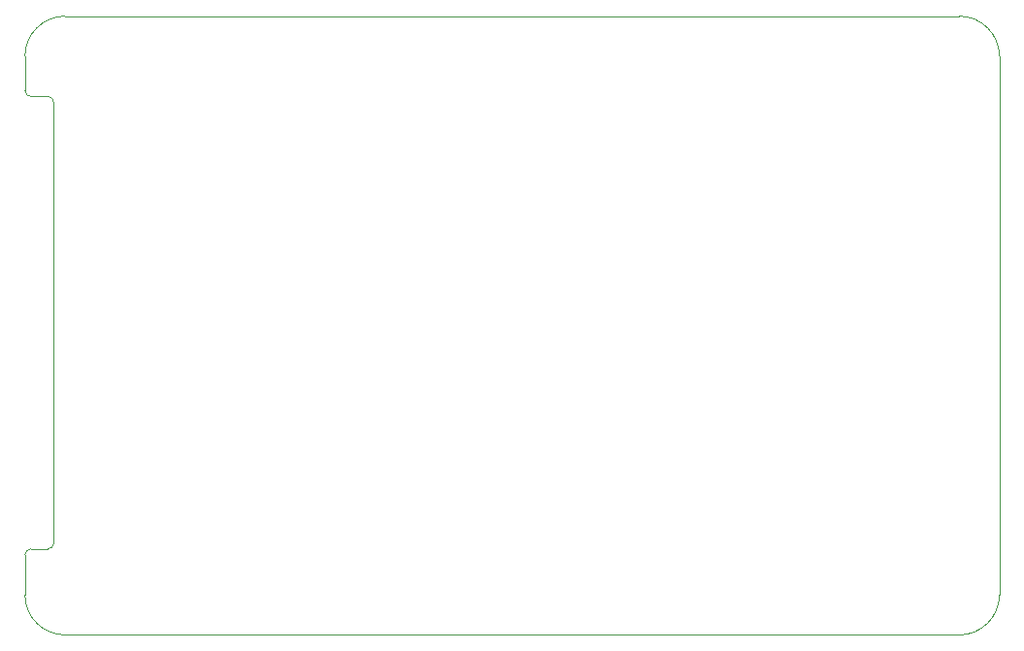
<source format=gbr>
%TF.GenerationSoftware,KiCad,Pcbnew,8.0.3*%
%TF.CreationDate,2024-07-17T08:28:56+07:00*%
%TF.ProjectId,msi_SDR_ADC,6d73695f-5344-4525-9f41-44432e6b6963,R0.1*%
%TF.SameCoordinates,PX72ade90PY75c75e0*%
%TF.FileFunction,Profile,NP*%
%FSLAX46Y46*%
G04 Gerber Fmt 4.6, Leading zero omitted, Abs format (unit mm)*
G04 Created by KiCad (PCBNEW 8.0.3) date 2024-07-17 08:28:56*
%MOMM*%
%LPD*%
G01*
G04 APERTURE LIST*
%TA.AperFunction,Profile*%
%ADD10C,0.100000*%
%TD*%
G04 APERTURE END LIST*
D10*
X0Y50500000D02*
G75*
G02*
X3500000Y54000000I3500000J0D01*
G01*
X0Y47500000D02*
X0Y50500000D01*
X2500000Y46500000D02*
X2500000Y8000000D01*
X2000000Y7500000D02*
X500000Y7500000D01*
X85000000Y50500000D02*
X85000000Y3500000D01*
X3500000Y54000000D02*
X81500000Y54000000D01*
X81500000Y54000000D02*
G75*
G02*
X85000000Y50500000I0J-3500000D01*
G01*
X3500000Y0D02*
G75*
G02*
X0Y3500000I0J3500000D01*
G01*
X0Y7000000D02*
G75*
G02*
X500000Y7500000I500000J0D01*
G01*
X500000Y47000000D02*
X2000000Y47000000D01*
X2500000Y8000000D02*
G75*
G02*
X2000000Y7500000I-500000J0D01*
G01*
X500000Y47000000D02*
G75*
G02*
X0Y47500000I0J500000D01*
G01*
X81500000Y0D02*
X3500000Y0D01*
X2000000Y47000000D02*
G75*
G02*
X2500000Y46500000I0J-500000D01*
G01*
X0Y7000000D02*
X0Y3500000D01*
X85000000Y3500000D02*
G75*
G02*
X81500000Y0I-3500000J0D01*
G01*
M02*

</source>
